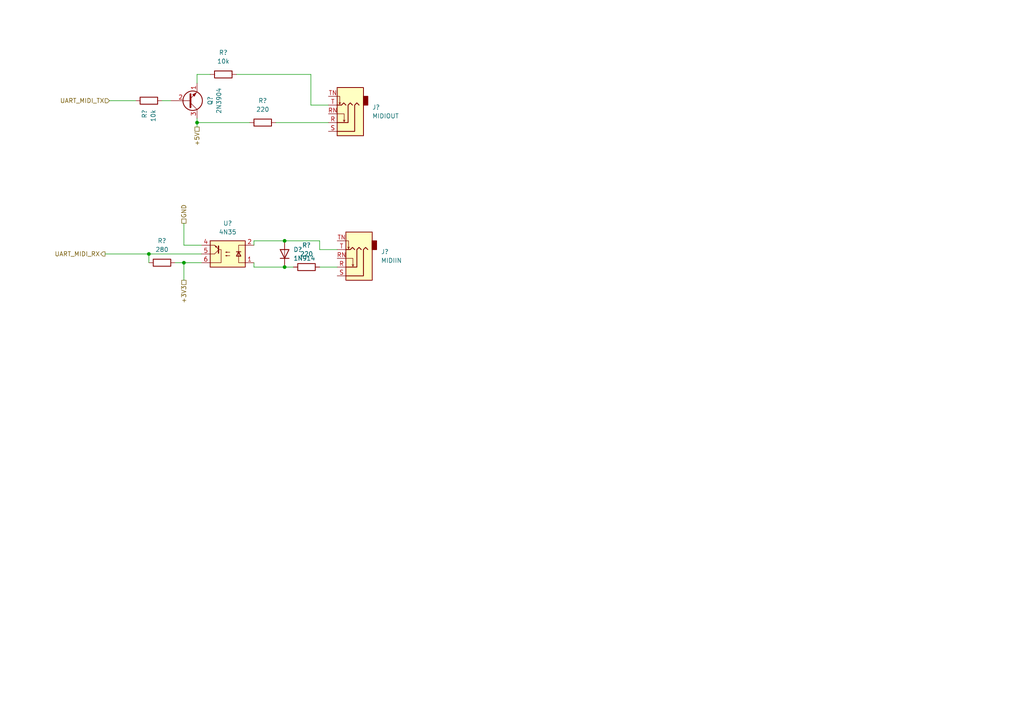
<source format=kicad_sch>
(kicad_sch (version 20211123) (generator eeschema)
  (paper "A4")
  (title_block (title "Sequencer / UART MIDI") (date "2022-07-30") (rev "1") (company "Malik Enes SAFAK"))
  (lib_symbols
    (symbol "Connector:AudioJack3_SwitchTR"
      (property "Reference" "J" (at 0 8.89 0))
      (property "Value" "AudioJack3_SwitchTR" (at 0 6.35 0))
      (symbol "AudioJack3_SwitchTR_0_1"
        (rectangle (start -5.08 -5.08) (end -6.35 -7.62) (stroke (width 0.254)) (fill (type outline)))
        (polyline (pts (xy 0.508 -0.254) (xy 0.762 -0.762)))
        (polyline (pts (xy 1.778 -5.334) (xy 2.032 -5.842)))
        (polyline (pts (xy 0 -5.08) (xy 0.635 -5.715) (xy 1.27 -5.08) (xy 2.54 -5.08)) (stroke (width 0.254)))
        (polyline (pts (xy 2.54 -7.62) (xy 1.778 -7.62) (xy 1.778 -5.334) (xy 1.524 -5.842)))
        (polyline (pts (xy 2.54 -2.54) (xy 0.508 -2.54) (xy 0.508 -0.254) (xy 0.254 -0.762)))
        (polyline (pts (xy -1.905 -5.08) (xy -1.27 -5.715) (xy -0.635 -5.08) (xy -0.635 0) (xy 2.54 0)) (stroke (width 0.254)))
        (polyline (pts (xy 2.54 2.54) (xy -2.54 2.54) (xy -2.54 -5.08) (xy -3.175 -5.715) (xy -3.81 -5.08)) (stroke (width 0.254)))
        (rectangle (start 2.54 3.81) (end -5.08 -10.16) (stroke (width 0.254)) (fill (type background)))
      )
      (symbol "AudioJack3_SwitchTR_1_1"
        (pin passive line (at 5.08 0 180) (length 2.54) (name "~") (number "R"))
        (pin passive line (at 5.08 -2.54 180) (length 2.54) (name "~") (number "RN"))
        (pin passive line (at 5.08 2.54 180) (length 2.54) (name "~") (number "S"))
        (pin passive line (at 5.08 -5.08 180) (length 2.54) (name "~") (number "T"))
        (pin passive line (at 5.08 -7.62 180) (length 2.54) (name "~") (number "TN"))
      )
    )
    (symbol "Device:R" (pin_numbers hide) (pin_names (offset 0))
      (property "Reference" "R" (at 2.032 0 90))
      (property "Value" "R" (at 0 0 90))
      (symbol "R_0_1"
        (rectangle (start -1.016 -2.54) (end 1.016 2.54) (stroke (width 0.254)))
      )
      (symbol "R_1_1"
        (pin passive line (at 0 3.81 270) (length 1.27) (name "~") (number "1"))
        (pin passive line (at 0 -3.81 90) (length 1.27) (name "~") (number "2"))
      )
    )
    (symbol "Diode:1N914" (pin_numbers hide) (pin_names (offset 1.016) hide)
      (property "Reference" "D" (at 0 2.54 0))
      (property "Value" "1N914" (at 0 -2.54 0))
      (symbol "1N914_0_1"
        (polyline (pts (xy -1.27 1.27) (xy -1.27 -1.27)) (stroke (width 0.254)))
        (polyline (pts (xy 1.27 0) (xy -1.27 0)))
        (polyline (pts (xy 1.27 1.27) (xy 1.27 -1.27) (xy -1.27 0) (xy 1.27 1.27)) (stroke (width 0.254)))
      )
      (symbol "1N914_1_1"
        (pin passive line (at -3.81 0 0) (length 2.54) (name "K") (number "1"))
        (pin passive line (at 3.81 0 180) (length 2.54) (name "A") (number "2"))
      )
    )
    (symbol "Isolator:4N35" (pin_names (offset 1.016))
      (property "Reference" "U" (at -5.08 5.08 0))
      (property "Value" "4N35" (at 0 5.08 0))
      (symbol "4N35_0_1"
        (rectangle (start -5.08 3.81) (end 5.08 -3.81) (stroke (width 0.254)) (fill (type background)))
        (polyline (pts (xy -3.81 -0.635) (xy -2.54 -0.635)) (stroke (width 0.254)))
        (polyline (pts (xy 2.667 -1.397) (xy 3.81 -2.54)))
        (polyline (pts (xy 2.667 -1.143) (xy 3.81 0)))
        (polyline (pts (xy 3.81 -2.54) (xy 5.08 -2.54)))
        (polyline (pts (xy 3.81 0) (xy 5.08 0)))
        (polyline (pts (xy 2.667 -0.254) (xy 2.667 -2.286) (xy 2.667 -2.286)) (stroke (width 0.3556)))
        (polyline (pts (xy -5.08 -2.54) (xy -3.175 -2.54) (xy -3.175 2.54) (xy -5.08 2.54)))
        (polyline (pts (xy -3.175 -0.635) (xy -3.81 0.635) (xy -2.54 0.635) (xy -3.175 -0.635)) (stroke (width 0.254)))
        (polyline (pts (xy 3.683 -2.413) (xy 3.429 -1.905) (xy 3.175 -2.159) (xy 3.683 -2.413)))
        (polyline (pts (xy 5.08 2.54) (xy 1.905 2.54) (xy 1.905 -1.27) (xy 2.54 -1.27)))
        (polyline (pts (xy -0.635 -0.508) (xy 0.635 -0.508) (xy 0.254 -0.635) (xy 0.254 -0.381) (xy 0.635 -0.508)))
        (polyline (pts (xy -0.635 0.508) (xy 0.635 0.508) (xy 0.254 0.381) (xy 0.254 0.635) (xy 0.635 0.508)))
      )
      (symbol "4N35_1_1"
        (pin passive line (at -7.62 2.54 0) (length 2.54) (name "~") (number "1"))
        (pin passive line (at -7.62 -2.54 0) (length 2.54) (name "~") (number "2"))
        (pin no_connect line (at -5.08 0 0) (length 2.54) hide (name "NC") (number "3"))
        (pin passive line (at 7.62 -2.54 180) (length 2.54) (name "~") (number "4"))
        (pin passive line (at 7.62 0 180) (length 2.54) (name "~") (number "5"))
        (pin passive line (at 7.62 2.54 180) (length 2.54) (name "~") (number "6"))
      )
    )
    (symbol "Transistor_BJT:2N3904" (pin_names (offset 0) hide)
      (property "Reference" "Q" (at 5.08 1.905 0))
      (property "Value" "2N3904" (at 5.08 0 0))
      (symbol "2N3904_0_1"
        (polyline (pts (xy 0.635 0.635) (xy 2.54 2.54)))
        (polyline (pts (xy 0.635 -0.635) (xy 2.54 -2.54) (xy 2.54 -2.54)))
        (polyline (pts (xy 0.635 1.905) (xy 0.635 -1.905) (xy 0.635 -1.905)) (stroke (width 0.508)))
        (polyline (pts (xy 1.27 -1.778) (xy 1.778 -1.27) (xy 2.286 -2.286) (xy 1.27 -1.778) (xy 1.27 -1.778)) (fill (type outline)))
        (circle (center 1.27 0) (radius 2.8194) (stroke (width 0.254)))
      )
      (symbol "2N3904_1_1"
        (pin passive line (at 2.54 -5.08 90) (length 2.54) (name "E") (number "1"))
        (pin passive line (at -5.08 0 0) (length 5.715) (name "B") (number "2"))
        (pin passive line (at 2.54 5.08 270) (length 2.54) (name "C") (number "3"))
      )
    )
  )
  (junction (at 53.34 76.2))
  (junction (at 43.18 73.66))
  (junction (at 82.55 69.85))
  (junction (at 57.15 35.56))
  (junction (at 82.55 77.47))
  (wire (pts (xy 31.75 29.21) (xy 39.37 29.21)))
  (wire (pts (xy 58.42 76.2) (xy 53.34 76.2)))
  (wire (pts (xy 57.15 21.59) (xy 60.96 21.59)))
  (wire (pts (xy 92.71 77.47) (xy 97.79 77.47)))
  (wire (pts (xy 73.66 76.2) (xy 73.66 77.47)))
  (wire (pts (xy 82.55 77.47) (xy 85.09 77.47)))
  (wire (pts (xy 68.58 21.59) (xy 90.17 21.59)))
  (wire (pts (xy 53.34 71.12) (xy 53.34 64.77)))
  (wire (pts (xy 30.48 73.66) (xy 43.18 73.66)))
  (wire (pts (xy 97.79 72.39) (xy 92.71 72.39)))
  (wire (pts (xy 53.34 76.2) (xy 53.34 81.28)))
  (wire (pts (xy 57.15 35.56) (xy 72.39 35.56)))
  (wire (pts (xy 46.99 29.21) (xy 49.53 29.21)))
  (wire (pts (xy 43.18 73.66) (xy 58.42 73.66)))
  (wire (pts (xy 73.66 71.12) (xy 73.66 69.85)))
  (wire (pts (xy 57.15 24.13) (xy 57.15 21.59)))
  (wire (pts (xy 50.8 76.2) (xy 53.34 76.2)))
  (wire (pts (xy 92.71 69.85) (xy 82.55 69.85)))
  (wire (pts (xy 90.17 21.59) (xy 90.17 30.48)))
  (wire (pts (xy 92.71 72.39) (xy 92.71 69.85)))
  (wire (pts (xy 73.66 69.85) (xy 82.55 69.85)))
  (wire (pts (xy 57.15 35.56) (xy 57.15 36.83)))
  (wire (pts (xy 43.18 73.66) (xy 43.18 76.2)))
  (wire (pts (xy 57.15 34.29) (xy 57.15 35.56)))
  (wire (pts (xy 73.66 77.47) (xy 82.55 77.47)))
  (wire (pts (xy 58.42 71.12) (xy 53.34 71.12)))
  (wire (pts (xy 80.01 35.56) (xy 95.25 35.56)))
  (wire (pts (xy 90.17 30.48) (xy 95.25 30.48)))
  (hierarchical_label "UART_MIDI_TX" (shape input) (at 31.75 29.21 180))
  (hierarchical_label "UART_MIDI_RX" (shape output) (at 30.48 73.66 180))
  (hierarchical_label "+5V" (shape passive) (at 57.15 36.83 270))
  (hierarchical_label "+3V3" (shape passive) (at 53.34 81.28 270))
  (hierarchical_label "GND" (shape passive) (at 53.34 64.77 90))
  (symbol (lib_id "Connector:AudioJack3_SwitchTR") (at 100.33 35.56 180) (unit 1)
    (property "Reference" "J?" (at 107.95 31.1149 0) (effects (justify right)))
    (property "Value" "MIDIOUT" (at 107.95 33.6549 0) (effects (justify right)))
  )
  (symbol (lib_id "Device:R") (at 76.2 35.56 90) (unit 1)
    (property "Reference" "R?" (at 76.2 29.21 90))
    (property "Value" "220" (at 76.2 31.75 90))
    (property "Footprint" "Resistor_SMD:R_0805_2012Metric_Pad1.20x1.40mm_HandSolder" (effects hide))
  )
  (symbol (lib_id "Device:R") (at 46.99 76.2 90) (unit 1)
    (property "Reference" "R?" (at 46.99 69.85 90))
    (property "Value" "280" (at 46.99 72.39 90))
    (property "Footprint" "Resistor_SMD:R_0805_2012Metric_Pad1.20x1.40mm_HandSolder" (effects hide))
  )
  (symbol (lib_id "Isolator:4N35") (at 66.04 73.66 180) (unit 1)
    (property "Reference" "U?" (at 66.04 64.77 0))
    (property "Value" "4N35" (at 66.04 67.31 0))
    (property "Footprint" "Package_DIP:DIP-6_W7.62mm" (effects hide))
    (property "Datasheet" "https://www.vishay.com/docs/81181/4n35.pdf" (effects hide))
  )
  (symbol (lib_id "Device:R") (at 64.77 21.59 90) (unit 1)
    (property "Reference" "R?" (at 64.77 15.24 90))
    (property "Value" "10k" (at 64.77 17.78 90))
    (property "Footprint" "Resistor_SMD:R_0805_2012Metric_Pad1.20x1.40mm_HandSolder" (effects hide))
  )
  (symbol (lib_id "Connector:AudioJack3_SwitchTR") (at 102.87 77.47 180) (unit 1)
    (property "Reference" "J?" (at 110.49 73.0249 0) (effects (justify right)))
    (property "Value" "MIDIIN" (at 110.49 75.5649 0) (effects (justify right)))
  )
  (symbol (lib_id "Device:R") (at 88.9 77.47 90) (unit 1)
    (property "Reference" "R?" (at 88.9 71.12 90))
    (property "Value" "220" (at 88.9 73.66 90))
    (property "Footprint" "Resistor_SMD:R_0805_2012Metric_Pad1.20x1.40mm_HandSolder" (effects hide))
  )
  (symbol (lib_id "Device:R") (at 43.18 29.21 90) (mirror x) (unit 1)
    (property "Reference" "R?" (at 41.9099 31.75 0) (effects (justify left)))
    (property "Value" "10k" (at 44.4499 31.75 0) (effects (justify left)))
    (property "Footprint" "Resistor_SMD:R_0805_2012Metric_Pad1.20x1.40mm_HandSolder" (effects hide))
  )
  (symbol (lib_id "Transistor_BJT:2N3904") (at 54.61 29.21 0) (mirror x) (unit 1)
    (property "Reference" "Q?" (at 60.96 29.21 90))
    (property "Value" "2N3904" (at 63.5 29.21 90))
    (property "Footprint" "Package_TO_SOT_SMD:SOT-23" (effects hide))
    (property "Datasheet" "https://www.onsemi.com/pub/Collateral/2N3903-D.PDF" (effects hide))
  )
  (symbol (lib_id "Diode:1N914") (at 82.55 73.66 90) (unit 1)
    (property "Reference" "D?" (at 85.09 72.3899 90) (effects (justify right)))
    (property "Value" "1N914" (at 85.09 74.9299 90) (effects (justify right)))
    (property "Footprint" "Diode_THT:D_DO-35_SOD27_P7.62mm_Horizontal" (effects hide))
    (property "Datasheet" "http://www.vishay.com/docs/85622/1n914.pdf" (effects hide))
  )
)
</source>
